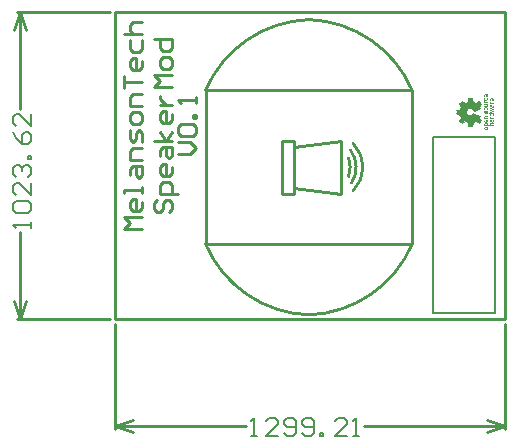
<source format=gto>
G04*
G04 #@! TF.GenerationSoftware,Altium Limited,CircuitStudio,1.5.2 (1.5.2.30)*
G04*
G04 Layer_Color=15065295*
%FSLAX44Y44*%
%MOMM*%
G71*
G01*
G75*
%ADD12C,0.2540*%
%ADD13C,0.1524*%
%ADD25C,0.0127*%
%ADD26C,0.1778*%
G36*
X654905Y436601D02*
X654903Y436579D01*
X654921Y436587D01*
X655311Y436425D01*
X655312Y436427D01*
X655546Y436330D01*
X655621Y436149D01*
X655632Y436157D01*
X655808Y435731D01*
X655800Y435729D01*
X655895Y435247D01*
X655892Y435230D01*
X655893Y435231D01*
X655896Y435218D01*
X655751Y434490D01*
X655757Y434487D01*
X655757Y434485D01*
X655329Y433844D01*
X655306Y433865D01*
X654954Y434221D01*
X655173Y434749D01*
X655173Y434749D01*
X655388Y435267D01*
X655382Y435281D01*
X655358Y435279D01*
X655363Y435289D01*
X655265Y435526D01*
X655259Y435524D01*
X655177Y435721D01*
X655174Y435719D01*
X655134Y435817D01*
X655050Y435852D01*
X655049Y435851D01*
X654882Y435920D01*
X654874Y435917D01*
X654874Y435914D01*
X654869Y435916D01*
X654753Y435868D01*
X654753Y435868D01*
X654668Y435833D01*
X654655Y435803D01*
X654652Y435805D01*
X654600Y435679D01*
X654598Y435679D01*
X654530Y435515D01*
X654570Y435512D01*
X654585Y434958D01*
X654441Y434609D01*
X654441Y434610D01*
X654307Y434286D01*
X654295Y434296D01*
X654275Y434248D01*
X653997Y434132D01*
X653997Y434132D01*
X653657Y433991D01*
X653639Y433999D01*
X653642Y433997D01*
X653620Y433988D01*
X653226Y434151D01*
X653226Y434151D01*
X652962Y434260D01*
X652909Y434388D01*
X652898Y434380D01*
X652737Y434770D01*
X652739Y434771D01*
X652652Y435209D01*
X652655Y435225D01*
X652641Y435225D01*
X652638Y435238D01*
X652711Y435602D01*
X652711Y435602D01*
X652776Y435930D01*
X652771Y435932D01*
X652779Y435972D01*
X653097Y436448D01*
X653105Y436441D01*
X653560Y436056D01*
X653316Y435690D01*
X653315Y435689D01*
X653353Y435673D01*
X653175Y435245D01*
X653184Y435224D01*
X653195Y435227D01*
X653186Y435206D01*
X653284Y434969D01*
X653292Y434971D01*
X653364Y434798D01*
X653363Y434797D01*
X653372Y434774D01*
X653638Y434664D01*
X653647Y434668D01*
X653646Y434674D01*
X653744Y434714D01*
X653745Y434714D01*
X653850Y434758D01*
X653852Y434763D01*
X653849Y434766D01*
X653906Y434903D01*
X653909Y434902D01*
X653991Y435100D01*
X653939Y435103D01*
X653888Y435622D01*
X653981Y435846D01*
X653988Y435844D01*
X654066Y436030D01*
X654066Y436030D01*
X654176Y436298D01*
X654254Y436330D01*
X654249Y436337D01*
X654562Y436466D01*
X654562Y436467D01*
X654895Y436605D01*
X654905Y436601D01*
D02*
G37*
G36*
X660761Y438153D02*
Y437604D01*
X658590Y436954D01*
Y436942D01*
X660761Y436294D01*
Y435743D01*
X657658Y434752D01*
Y435412D01*
X659831Y436007D01*
Y436019D01*
X657658Y436722D01*
Y437176D01*
X659831Y437878D01*
Y437891D01*
X657658Y438485D01*
Y439146D01*
X660761Y438153D01*
D02*
G37*
G36*
Y433752D02*
X660481Y433800D01*
X660548Y433772D01*
X660708Y433388D01*
X660707Y433388D01*
X660884Y432961D01*
X660879Y432949D01*
X660892Y432951D01*
X660896Y432942D01*
X660787Y432679D01*
X660782Y432681D01*
X660688Y432455D01*
X660689Y432455D01*
X660565Y432155D01*
X660416Y432094D01*
X660418Y432092D01*
X660010Y431923D01*
X660006Y431942D01*
X659695Y431880D01*
X659695Y431880D01*
X659245Y431821D01*
X659205Y431826D01*
X659206Y431828D01*
X659167Y431823D01*
X658723Y431881D01*
X658723D01*
X658415Y431943D01*
X658412Y431924D01*
X658004Y432093D01*
X658003Y432091D01*
X657857Y432151D01*
X657732Y432454D01*
X657732Y432454D01*
X657638Y432681D01*
X657634Y432680D01*
X657525Y432942D01*
X657529Y432951D01*
X657552Y432949D01*
X657546Y432963D01*
X657721Y433386D01*
X657716Y433388D01*
X657960Y433752D01*
X656405D01*
Y434376D01*
X660761D01*
Y433752D01*
D02*
G37*
G36*
X658451Y439892D02*
X658451Y439892D01*
X658453Y439894D01*
X658451Y439892D01*
D02*
G37*
G36*
X654713Y439463D02*
X654711Y439450D01*
X655023Y439388D01*
X655023Y439385D01*
X655516Y439181D01*
X655510Y439176D01*
X655563Y439154D01*
X655630Y438991D01*
X655604Y438972D01*
X655739Y438772D01*
X655737Y438771D01*
X655844Y438512D01*
X655827Y438508D01*
X655889Y438196D01*
X655886Y438182D01*
X655886Y438182D01*
X655889Y438167D01*
X655827Y437853D01*
X655844Y437849D01*
X655737Y437590D01*
X655738Y437589D01*
X655605Y437389D01*
X655630Y437370D01*
X655566Y437214D01*
X655508Y437190D01*
X655516Y437182D01*
X655022Y436977D01*
X655023Y436975D01*
X654711Y436913D01*
X654713Y436900D01*
X654297Y436817D01*
X654267Y436823D01*
X654267Y436825D01*
X654268Y436825D01*
X654267Y436903D01*
X654267Y436825D01*
X654239Y436820D01*
X653830Y436901D01*
X653831Y436913D01*
X653522Y436974D01*
X653522Y436977D01*
X653029Y437182D01*
X653031Y437184D01*
X652982Y437205D01*
X652914Y437369D01*
X652941Y437389D01*
X652807Y437589D01*
X652807Y437589D01*
X652699Y437849D01*
X652716Y437853D01*
X652653Y438167D01*
X652656Y438182D01*
X652564Y438181D01*
X652558Y438196D01*
X652689Y438514D01*
X652699Y438511D01*
X652807Y438771D01*
X652807Y438771D01*
X652942Y438973D01*
X652915Y438992D01*
X652986Y439163D01*
X653028Y439181D01*
X653029Y439181D01*
X653522Y439385D01*
X653522Y439388D01*
X653831Y439449D01*
X653830Y439461D01*
X654239Y439543D01*
X654268Y439537D01*
X654267Y439539D01*
X654297Y439545D01*
X654713Y439463D01*
D02*
G37*
G36*
X654267Y436825D02*
D01*
D01*
D01*
D01*
D02*
G37*
G36*
X653760Y432248D02*
X653760Y432137D01*
X655822D01*
Y431513D01*
X653976Y431576D01*
X653961Y431582D01*
X653694Y431471D01*
X653695Y431470D01*
X653453Y431370D01*
X653453Y431371D01*
X653445Y431367D01*
X653352Y431142D01*
X653352Y431142D01*
X653255Y430910D01*
X653259Y430902D01*
X653257Y430903D01*
X653253Y430894D01*
X653352Y430657D01*
X653352Y430657D01*
X653446Y430429D01*
X653453Y430427D01*
X653453Y430427D01*
X653695Y430327D01*
X653694Y430326D01*
X653961Y430215D01*
X653976Y430221D01*
X653975Y430284D01*
X655822D01*
Y429660D01*
X652719D01*
Y430284D01*
X652992D01*
X653030Y430268D01*
X653051Y430284D01*
X652992D01*
X652909Y430318D01*
X652775Y430643D01*
X652775Y430643D01*
X652593Y431083D01*
X652602Y431105D01*
X652605Y431103D01*
X652752Y431458D01*
X652752D01*
X652911Y431841D01*
X652930Y431824D01*
X652968Y431917D01*
X653296Y432053D01*
X653508Y432141D01*
X653506Y432150D01*
X653753Y432252D01*
X653760Y432248D01*
D02*
G37*
G36*
X658451Y427246D02*
X658451Y427246D01*
X658453Y427248D01*
X658451Y427246D01*
D02*
G37*
G36*
X658698Y426201D02*
X658698Y426090D01*
X660761D01*
Y425466D01*
X658914Y425528D01*
X658899Y425534D01*
X658633Y425424D01*
X658633Y425423D01*
X658391Y425322D01*
X658391Y425323D01*
X658384Y425320D01*
X658290Y425094D01*
X658290Y425094D01*
X658194Y424862D01*
X658197Y424854D01*
X658195Y424855D01*
X658192Y424846D01*
X658290Y424609D01*
X658290Y424609D01*
X658384Y424382D01*
X658391Y424379D01*
X658391Y424379D01*
X658633Y424279D01*
X658633Y424278D01*
X658899Y424168D01*
X658914Y424174D01*
X658913Y424236D01*
X660761D01*
Y423612D01*
X652719D01*
Y424236D01*
X653005Y424190D01*
X652930Y424221D01*
X652773Y424599D01*
X652774Y424599D01*
X652597Y425027D01*
X652602Y425039D01*
X652592Y425037D01*
X652588Y425046D01*
X652696Y425306D01*
X652700Y425305D01*
X652794Y425531D01*
X652793Y425531D01*
X652923Y425845D01*
X653060Y425902D01*
X653067Y425894D01*
X653473Y426063D01*
X653477Y426044D01*
X653786Y426106D01*
X653786Y426105D01*
X654236Y426165D01*
X654275Y426160D01*
X654274Y426159D01*
X654313Y426164D01*
X654760Y426105D01*
X654760Y426106D01*
X655069Y426044D01*
X655073Y426063D01*
X655478Y425895D01*
X655481Y425899D01*
X655622Y425840D01*
X655751Y425530D01*
X655750Y425530D01*
X655843Y425306D01*
X655848Y425307D01*
X655956Y425046D01*
X655952Y425037D01*
X655929Y425039D01*
X655936Y425023D01*
X655762Y424602D01*
X655765Y424600D01*
X655614Y424236D01*
X655494D01*
X655579Y424152D01*
X655614Y424236D01*
X657930D01*
X657968Y424221D01*
X657989Y424236D01*
X657930D01*
X657848Y424270D01*
X657713Y424595D01*
X657714Y424595D01*
X657531Y425036D01*
X657540Y425057D01*
X657543Y425056D01*
X657691Y425411D01*
X657691D01*
X657849Y425793D01*
X657868Y425776D01*
X657907Y425870D01*
X658234Y426006D01*
X658446Y426093D01*
X658445Y426102D01*
X658691Y426204D01*
X658698Y426201D01*
D02*
G37*
G36*
X654713Y423043D02*
X654711Y423030D01*
X655023Y422968D01*
X655023Y422966D01*
X655516Y422761D01*
X655510Y422756D01*
X655563Y422734D01*
X655630Y422571D01*
X655604Y422553D01*
X655739Y422352D01*
X655737Y422351D01*
X655844Y422092D01*
X655827Y422088D01*
X655889Y421777D01*
X655886Y421762D01*
X655886Y421763D01*
X655890Y421747D01*
X655827Y421433D01*
X655844Y421429D01*
X655737Y421170D01*
X655738Y421169D01*
X655605Y420969D01*
X655630Y420950D01*
X655565Y420794D01*
X655508Y420770D01*
X655516Y420762D01*
X655022Y420557D01*
X655023Y420555D01*
X654711Y420493D01*
X654713Y420480D01*
X654297Y420397D01*
X654267Y420403D01*
X654267Y420406D01*
D01*
D01*
X654239Y420400D01*
X653830Y420481D01*
X653831Y420493D01*
X653522Y420555D01*
X653522Y420557D01*
X653029Y420762D01*
X653031Y420765D01*
X652982Y420785D01*
X652914Y420949D01*
X652941Y420969D01*
X652807Y421169D01*
X652807Y421169D01*
X652699Y421429D01*
X652716Y421433D01*
X652653Y421747D01*
X652656Y421763D01*
X652564Y421761D01*
X652558Y421777D01*
X652689Y422094D01*
X652699Y422092D01*
X652807Y422351D01*
X652807Y422351D01*
X652942Y422553D01*
X652915Y422573D01*
X652986Y422743D01*
X653028Y422761D01*
X653029Y422761D01*
X653522Y422966D01*
X653522Y422968D01*
X653831Y423029D01*
X653830Y423041D01*
X654239Y423123D01*
X654268Y423117D01*
X654267Y423119D01*
X654297Y423125D01*
X654713Y423043D01*
D02*
G37*
G36*
X657861Y431859D02*
X658376Y431426D01*
X658284Y431203D01*
X658284D01*
X658198Y430995D01*
X658193Y430995D01*
X658193Y430995D01*
X658375Y430557D01*
X658383Y430564D01*
X658401Y430520D01*
X658601Y430438D01*
X658601Y430437D01*
X658877Y430322D01*
X658897Y430331D01*
X658896Y430391D01*
X660761D01*
Y429767D01*
X657658D01*
Y430391D01*
X657930D01*
X657968Y430376D01*
X657989Y430391D01*
X657930D01*
X657848Y430425D01*
X657713Y430750D01*
X657714Y430750D01*
X657531Y431191D01*
X657540Y431212D01*
X657544Y431210D01*
X657543Y431211D01*
X657681Y431543D01*
X657681Y431543D01*
X657824Y431888D01*
X657861Y431859D01*
D02*
G37*
G36*
X658648Y429043D02*
X660772D01*
Y428439D01*
X660498D01*
X660499Y428428D01*
X660648Y428367D01*
X660731Y428167D01*
X660731Y428166D01*
X660817Y427957D01*
X660790Y427953D01*
X660842Y427695D01*
X660839Y427681D01*
X660924Y427681D01*
X660737Y427230D01*
X660736Y427230D01*
X660582Y426859D01*
X660574Y426870D01*
X660554Y426823D01*
X660234Y426690D01*
X660234Y426690D01*
X659874Y426541D01*
X659860Y426547D01*
X659862Y426541D01*
X659850Y426536D01*
X659503Y426680D01*
X659504Y426680D01*
X659165Y426821D01*
X659170Y426826D01*
X659149Y426835D01*
X659009Y427173D01*
X659008Y427172D01*
X658835Y427590D01*
X658839Y427599D01*
X658940Y427598D01*
Y428439D01*
X658613Y428466D01*
X658600Y428471D01*
X658432Y428402D01*
X658431Y428402D01*
X658331Y428361D01*
X658301Y428288D01*
X658299Y428289D01*
X658218Y428094D01*
X658204Y428097D01*
X658105Y427860D01*
X658123Y427817D01*
X658093Y427820D01*
X658089Y427811D01*
X658170Y427615D01*
X658191Y427618D01*
X658257Y427460D01*
X658259Y427461D01*
X658326Y427298D01*
X658451Y427246D01*
X658058Y426745D01*
X657891Y426814D01*
X657732Y427199D01*
X657732Y427199D01*
X657620Y427469D01*
X657648Y427474D01*
X657593Y427753D01*
X657600Y427790D01*
X657593Y427789D01*
X657584Y427834D01*
X657676Y428299D01*
X657660Y428303D01*
X657829Y428710D01*
X657831Y428709D01*
X657884Y428837D01*
X658165Y428953D01*
X658165D01*
X658381Y429043D01*
X658385Y429019D01*
X658648Y429071D01*
X658648Y429043D01*
D02*
G37*
G36*
X653995Y429223D02*
X653993Y429114D01*
X654507D01*
X654505Y427109D01*
X654526Y427101D01*
X654843Y427232D01*
X654842Y427233D01*
X655102Y427340D01*
X655111Y427363D01*
X655115Y427359D01*
X655226Y427626D01*
X655226Y427626D01*
X655344Y427910D01*
X655339Y427922D01*
X655344Y427920D01*
X655346Y427926D01*
X655198Y428284D01*
X655199Y428284D01*
X655048Y428648D01*
X655026Y428657D01*
X654973Y428602D01*
X655407Y429111D01*
X655537Y429057D01*
X655628Y428837D01*
X655621Y428831D01*
X655743Y428535D01*
X655769Y428545D01*
X655890Y427937D01*
X655889Y427932D01*
X655979D01*
X655784Y427461D01*
X655796Y427457D01*
X655773Y427341D01*
X655549Y427006D01*
X655564Y426996D01*
X655505Y426852D01*
X655365Y426794D01*
X655369Y426788D01*
X655079Y426668D01*
X655083Y426654D01*
X654722Y426582D01*
X654722Y426580D01*
X654302Y426496D01*
X654283Y426500D01*
X654283Y426500D01*
X654267Y426496D01*
X653864Y426577D01*
X653864Y426579D01*
X653513Y426649D01*
X653515Y426657D01*
X653229Y426776D01*
X653231Y426780D01*
X653029Y426864D01*
X652996Y426943D01*
X653021Y426964D01*
X652742Y427382D01*
X652742Y427383D01*
X652770Y427395D01*
X652587Y427837D01*
X652582Y427837D01*
X652578Y427847D01*
X652772Y428316D01*
X652772Y428316D01*
X652970Y428795D01*
X652984Y428781D01*
X653006Y428833D01*
X653454Y429019D01*
X653454Y429019D01*
X653971Y429233D01*
X653995Y429223D01*
D02*
G37*
G36*
X653222Y447767D02*
X653610Y447334D01*
X653496Y447287D01*
X653385Y447019D01*
X653387Y447018D01*
X653247Y446681D01*
X653249Y446675D01*
X653238Y446677D01*
X653229Y446656D01*
X653368Y446322D01*
X653368Y446322D01*
X653472Y446071D01*
X653530Y446047D01*
X653528Y446044D01*
X653849Y445910D01*
X653851Y445916D01*
X654249Y445836D01*
X654275Y445842D01*
X654274Y445842D01*
X654300Y445837D01*
X654696Y445916D01*
X654698Y445911D01*
X655018Y446043D01*
X655016Y446046D01*
X655073Y446070D01*
X655177Y446322D01*
X655178Y446322D01*
X655316Y446656D01*
X655307Y446677D01*
X655295Y446675D01*
X655298Y446682D01*
X655158Y447020D01*
X655159Y447020D01*
X655051Y447282D01*
X654932Y447331D01*
X655332Y447778D01*
X655432Y447711D01*
X655715Y447288D01*
X655713Y447287D01*
X655836Y446989D01*
X655840Y446990D01*
X655977Y446658D01*
X655974Y446652D01*
D01*
D01*
X655977Y446644D01*
X655768Y446139D01*
X655788Y446131D01*
X655780Y446089D01*
X655501Y445671D01*
X655531Y445646D01*
X655494Y445556D01*
X655290Y445472D01*
X655292Y445469D01*
X655006Y445350D01*
X655011Y445336D01*
X654670Y445268D01*
X654671Y445267D01*
X654288Y445191D01*
X654274Y445194D01*
X654275Y445194D01*
X654261Y445191D01*
X653878Y445267D01*
X653878Y445268D01*
X653537Y445336D01*
X653542Y445350D01*
X653255Y445469D01*
X653257Y445472D01*
X653049Y445559D01*
X653013Y445644D01*
X653044Y445671D01*
X652761Y446094D01*
X652754Y446130D01*
X652775Y446139D01*
X652566Y446645D01*
X652569Y446652D01*
X652569Y446651D01*
X652566Y446658D01*
X652703Y446990D01*
X652707Y446989D01*
X652830Y447287D01*
X652829Y447287D01*
X653112Y447711D01*
X653212Y447778D01*
X653222Y447767D01*
D02*
G37*
G36*
X658933Y447219D02*
X658932Y447110D01*
X659445D01*
X659444Y445105D01*
X659464Y445097D01*
X659781Y445228D01*
X659781Y445229D01*
X660040Y445336D01*
X660049Y445359D01*
X660053Y445355D01*
X660164Y445622D01*
X660165Y445622D01*
X660282Y445906D01*
X660277Y445917D01*
X660282Y445916D01*
X660285Y445922D01*
X660136Y446280D01*
X660137Y446280D01*
X659986Y446643D01*
X659964Y446653D01*
X659911Y446598D01*
X660346Y447107D01*
X660476Y447053D01*
X660567Y446833D01*
X660559Y446827D01*
X660682Y446531D01*
X660707Y446541D01*
X660828Y445933D01*
X660827Y445928D01*
X660918Y445928D01*
X660723Y445457D01*
X660735Y445452D01*
X660712Y445337D01*
X660488Y445002D01*
X660503Y444991D01*
X660443Y444848D01*
X660304Y444790D01*
X660308Y444784D01*
X660017Y444664D01*
X660022Y444650D01*
X659660Y444578D01*
X659660Y444576D01*
X659240Y444492D01*
X659222Y444496D01*
X659222Y444496D01*
X659221Y444496D01*
X659222Y444496D01*
X659205Y444492D01*
X658802Y444572D01*
X658803Y444575D01*
X658451Y444645D01*
X658454Y444653D01*
X658167Y444772D01*
X658170Y444776D01*
X657967Y444860D01*
X657934Y444939D01*
X657960Y444960D01*
X657681Y445378D01*
X657680Y445379D01*
X657709Y445391D01*
X657525Y445833D01*
X657520Y445833D01*
X657516Y445843D01*
X657710Y446312D01*
X657710Y446312D01*
X657909Y446791D01*
X657922Y446777D01*
X657944Y446829D01*
X658392Y447015D01*
X658392Y447015D01*
X658909Y447229D01*
X658933Y447219D01*
D02*
G37*
G36*
X652923Y445305D02*
X653438Y444872D01*
X653346Y444649D01*
X653346D01*
X653260Y444441D01*
X653255Y444441D01*
X653255Y444441D01*
X653437Y444003D01*
X653445Y444010D01*
X653463Y443966D01*
X653663Y443883D01*
X653662Y443883D01*
X653939Y443768D01*
X653959Y443777D01*
X653958Y443837D01*
X655822D01*
Y443213D01*
X652719D01*
Y443837D01*
X652992D01*
X653030Y443821D01*
X653051Y443837D01*
X652992D01*
X652909Y443871D01*
X652775Y444196D01*
X652775Y444196D01*
X652593Y444637D01*
X652602Y444658D01*
X652605Y444656D01*
X652605Y444657D01*
X652743Y444989D01*
X652743Y444989D01*
X652886Y445334D01*
X652923Y445305D01*
D02*
G37*
G36*
X653995Y450615D02*
X653993Y450507D01*
X654507D01*
X654505Y448502D01*
X654526Y448493D01*
X654843Y448624D01*
X654842Y448625D01*
X655102Y448733D01*
X655111Y448755D01*
X655115Y448751D01*
X655226Y449019D01*
X655226Y449019D01*
X655344Y449302D01*
X655339Y449314D01*
X655344Y449313D01*
X655346Y449319D01*
X655198Y449677D01*
X655199Y449677D01*
X655048Y450040D01*
X655026Y450049D01*
X654973Y449995D01*
X655407Y450504D01*
X655537Y450450D01*
X655628Y450230D01*
X655621Y450224D01*
X655743Y449927D01*
X655769Y449937D01*
X655890Y449329D01*
X655889Y449324D01*
X655979Y449324D01*
X655784Y448853D01*
X655796Y448849D01*
X655773Y448733D01*
X655549Y448398D01*
X655564Y448388D01*
X655505Y448244D01*
X655365Y448186D01*
X655369Y448181D01*
X655079Y448060D01*
X655083Y448046D01*
X654722Y447975D01*
X654722Y447972D01*
X654302Y447889D01*
X654283Y447892D01*
X654283Y447892D01*
X654267Y447889D01*
X653864Y447969D01*
X653864Y447972D01*
X653513Y448041D01*
X653515Y448050D01*
X653229Y448168D01*
X653231Y448172D01*
X653029Y448256D01*
X652996Y448335D01*
X653021Y448357D01*
X652742Y448775D01*
X652742Y448776D01*
X652770Y448788D01*
X652587Y449230D01*
X652582Y449229D01*
X652578Y449239D01*
X652772Y449709D01*
X652772Y449709D01*
X652970Y450187D01*
X652984Y450173D01*
X653006Y450225D01*
X653454Y450411D01*
X653454Y450411D01*
X653971Y450625D01*
X653995Y450615D01*
D02*
G37*
G36*
X654932Y447331D02*
X654910Y447307D01*
X654930Y447332D01*
X654932Y447331D01*
D02*
G37*
G36*
X642432Y447054D02*
X642468Y446969D01*
X642465Y446968D01*
X642999Y444181D01*
X643035Y444095D01*
X643092Y444071D01*
X643092Y444071D01*
X645427Y443104D01*
X645484Y443080D01*
X645570Y443116D01*
X645568Y443119D01*
X647917Y444712D01*
X648003Y444747D01*
X648118Y444700D01*
X648118Y444700D01*
X648109Y444691D01*
X650126Y442691D01*
X650174Y442576D01*
X650138Y442491D01*
X650136Y442492D01*
X648543Y440143D01*
X648507Y440057D01*
X648531Y440000D01*
X648974Y438931D01*
X648997Y438874D01*
X648950Y438759D01*
X648892Y438735D01*
X644072Y436767D01*
X644015Y436743D01*
X643901Y436791D01*
X643879Y436843D01*
X643917Y436860D01*
X643264Y437837D01*
X642178Y438563D01*
X640897Y438817D01*
X639617Y438563D01*
X638531Y437837D01*
X637805Y436751D01*
X637551Y435471D01*
X637805Y434190D01*
X638531Y433104D01*
X639617Y432379D01*
X640897Y432124D01*
X642178Y432379D01*
X643264Y433104D01*
X643917Y434081D01*
X643879Y434098D01*
X643901Y434150D01*
X644015Y434198D01*
X644072Y434174D01*
X648892Y432206D01*
X648950Y432182D01*
X648997Y432068D01*
X648974Y432010D01*
X648974D01*
X648531Y430941D01*
X648507Y430884D01*
X648543Y430798D01*
X648545Y430800D01*
X650138Y428451D01*
X650174Y428365D01*
X650126Y428250D01*
X650117Y428259D01*
X648118Y426242D01*
X648118Y426242D01*
X648003Y426194D01*
X647917Y426230D01*
X647919Y426232D01*
X645570Y427825D01*
X645484Y427861D01*
X645427Y427837D01*
X645427D01*
X643092Y426870D01*
X643035Y426846D01*
X642999Y426761D01*
X643002Y426760D01*
X642468Y423973D01*
X642432Y423887D01*
X642318Y423839D01*
Y423852D01*
X639477Y423839D01*
X639362Y423887D01*
X639327Y423973D01*
X639330Y423973D01*
X638795Y426761D01*
X638760Y426846D01*
X638702Y426870D01*
Y426870D01*
X636368Y427837D01*
X636311Y427861D01*
X636225Y427825D01*
X636227Y427823D01*
X633877Y426230D01*
X633792Y426194D01*
X633677Y426242D01*
X633677Y426242D01*
X633686Y426250D01*
X631669Y428250D01*
X631621Y428365D01*
X631656Y428451D01*
X631659Y428449D01*
X633252Y430798D01*
X633288Y430884D01*
X633264Y430941D01*
Y430941D01*
X632297Y433276D01*
X632273Y433333D01*
X632187Y433369D01*
X632187Y433366D01*
X629399Y433900D01*
X629313Y433936D01*
X629266Y434050D01*
X629278D01*
X629266Y436891D01*
X629313Y437006D01*
X629399Y437041D01*
X629400Y437038D01*
X632187Y437573D01*
X632273Y437608D01*
X632297Y437666D01*
X632297Y437666D01*
X633264Y440000D01*
X633288Y440057D01*
X633252Y440143D01*
X633249Y440141D01*
X631656Y442491D01*
X631621Y442576D01*
X631669Y442691D01*
X631677Y442682D01*
X633677Y444700D01*
X633677Y444700D01*
X633792Y444747D01*
X633877Y444712D01*
X633876Y444709D01*
X636225Y443116D01*
X636311Y443080D01*
X636368Y443104D01*
X636368Y443104D01*
X638702Y444071D01*
X638760Y444095D01*
X638795Y444181D01*
X638792Y444181D01*
X639327Y446969D01*
X639362Y447054D01*
X639477Y447102D01*
X639477Y447102D01*
Y447090D01*
X642318Y447102D01*
X642318Y447102D01*
X642432Y447054D01*
D02*
G37*
G36*
X657861Y444514D02*
X658376Y444081D01*
X658284Y443858D01*
X658198Y443651D01*
X658193Y443651D01*
X658193Y443650D01*
X658375Y443212D01*
X658383Y443219D01*
X658401Y443176D01*
X658601Y443093D01*
X658601Y443092D01*
X658877Y442978D01*
X658897Y442986D01*
X658896Y443046D01*
X660761D01*
Y442422D01*
X657658D01*
Y443046D01*
X657930D01*
X657968Y443031D01*
X657989Y443046D01*
X657930D01*
X657848Y443081D01*
X657713Y443405D01*
X657714Y443405D01*
X657531Y443846D01*
X657540Y443867D01*
X657544Y443866D01*
X657543Y443866D01*
X657681Y444199D01*
X657681Y444199D01*
X657824Y444544D01*
X657861Y444514D01*
D02*
G37*
G36*
X655822Y441881D02*
X655550D01*
X655634Y441846D01*
X655768Y441523D01*
X655767Y441523D01*
X655948Y441087D01*
X655939Y441066D01*
X655939Y441067D01*
X655790Y440707D01*
X655790Y440707D01*
X655631Y440324D01*
X655613Y440340D01*
X655575Y440247D01*
X655248Y440111D01*
X655248D01*
X655035Y440023D01*
X655037Y440014D01*
X654790Y439912D01*
X654782Y439915D01*
X654782Y440027D01*
X652719D01*
Y440651D01*
X654569Y440588D01*
X654584Y440582D01*
X654852Y440693D01*
X654852Y440694D01*
X655094Y440794D01*
X655095Y440793D01*
X655098Y440795D01*
X655193Y441025D01*
X655194Y441025D01*
X655292Y441261D01*
X655288Y441270D01*
X655286Y441269D01*
X655290Y441277D01*
X655193Y441509D01*
X655193Y441509D01*
X655099Y441737D01*
X655095Y441739D01*
X655094Y441738D01*
X654852Y441838D01*
X654852Y441839D01*
X654584Y441950D01*
X654569Y441943D01*
X654570Y441881D01*
X652719D01*
Y442505D01*
X655822D01*
Y441881D01*
D02*
G37*
G36*
X658648Y441688D02*
X660772D01*
Y441085D01*
X660498D01*
X660499Y441074D01*
X660648Y441012D01*
X660731Y440812D01*
X660731Y440812D01*
X660817Y440602D01*
X660790Y440599D01*
X660842Y440340D01*
X660839Y440327D01*
X660924Y440327D01*
X660737Y439875D01*
X660736Y439876D01*
X660582Y439504D01*
X660574Y439515D01*
X660554Y439468D01*
X660234Y439336D01*
X660234Y439336D01*
X659874Y439187D01*
X659860Y439192D01*
X659862Y439187D01*
X659850Y439182D01*
X659503Y439326D01*
X659504Y439326D01*
X659165Y439466D01*
X659170Y439472D01*
X659149Y439480D01*
X659009Y439818D01*
X659008Y439818D01*
X658835Y440236D01*
X658839Y440245D01*
X658940Y440244D01*
Y441085D01*
X658613Y441112D01*
X658600Y441117D01*
X658432Y441047D01*
X658431Y441048D01*
X658331Y441006D01*
X658301Y440933D01*
X658299Y440935D01*
X658218Y440740D01*
X658204Y440742D01*
X658105Y440505D01*
X658123Y440462D01*
X658093Y440466D01*
X658089Y440457D01*
X658170Y440261D01*
X658191Y440264D01*
X658257Y440106D01*
X658259Y440106D01*
X658326Y439944D01*
X658451Y439892D01*
X658058Y439390D01*
X657891Y439459D01*
X657732Y439844D01*
X657732Y439844D01*
X657620Y440114D01*
X657648Y440119D01*
X657593Y440398D01*
X657600Y440435D01*
X657593Y440434D01*
X657584Y440479D01*
X657676Y440945D01*
X657660Y440949D01*
X657829Y441355D01*
X657831Y441355D01*
X657884Y441483D01*
X658165Y441599D01*
X658165D01*
X658381Y441689D01*
X658385Y441665D01*
X658648Y441717D01*
X658648Y441688D01*
D02*
G37*
%LPC*%
G36*
X653991Y449957D02*
X653684Y449829D01*
X653684Y449828D01*
X653425Y449721D01*
X653425Y449720D01*
X653415Y449716D01*
X653318Y449481D01*
X653318Y449481D01*
X653217Y449238D01*
X653221Y449229D01*
X653220Y449230D01*
X653216Y449222D01*
X653318Y448975D01*
X653318Y448975D01*
X653417Y448738D01*
X653425Y448735D01*
X653425Y448734D01*
X653684Y448627D01*
X653684Y448626D01*
X653992Y448498D01*
X653993Y448574D01*
X653991Y449957D01*
D02*
G37*
G36*
X659708Y428518D02*
X659680Y428507D01*
X659682Y428439D01*
X659454D01*
X659374Y427710D01*
X659471Y427476D01*
X659477Y427478D01*
X659547Y427308D01*
X659550Y427310D01*
X659572Y427258D01*
X659672Y427216D01*
X659672Y427217D01*
X659816Y427157D01*
X659832Y427164D01*
X659831Y427161D01*
X659833Y427161D01*
X659976Y427220D01*
X659977Y427219D01*
X660096Y427269D01*
X660114Y427312D01*
X660118Y427308D01*
X660197Y427496D01*
X660202Y427495D01*
X660303Y427740D01*
X660295Y427759D01*
X660248Y427757D01*
X660258Y427809D01*
X660204Y428083D01*
X660222Y428086D01*
X660134Y428298D01*
X660134Y428299D01*
X660116Y428341D01*
X660067Y428362D01*
X660069Y428364D01*
X659969Y428405D01*
X659971Y428410D01*
X659708Y428518D01*
D02*
G37*
G36*
X654252Y422498D02*
X653984Y422445D01*
X653982Y422479D01*
X653794Y422401D01*
X653796Y422392D01*
X653525Y422280D01*
X653528Y422275D01*
X653439Y422238D01*
X653364Y422057D01*
X653365Y422057D01*
X653249Y421779D01*
X653256Y421763D01*
X653249Y421745D01*
X653365Y421465D01*
X653364Y421465D01*
X653438Y421289D01*
X653529Y421251D01*
X653523Y421243D01*
X653796Y421130D01*
X653794Y421117D01*
X653980Y421040D01*
X653982Y421076D01*
X654246Y421024D01*
X654268Y421028D01*
X654267Y421024D01*
X654290Y421019D01*
X654561Y421073D01*
X654562Y421037D01*
X654753Y421116D01*
X654750Y421130D01*
X655022Y421243D01*
X655015Y421251D01*
X655107Y421289D01*
X655180Y421465D01*
X655180Y421465D01*
X655296Y421745D01*
X655289Y421763D01*
X655295Y421779D01*
X655180Y422057D01*
X655180Y422057D01*
X655105Y422238D01*
X655016Y422275D01*
X655020Y422280D01*
X654751Y422392D01*
X654753Y422401D01*
X654566Y422478D01*
X654564Y422444D01*
X654297Y422498D01*
X654275Y422493D01*
Y422494D01*
X654252Y422498D01*
D02*
G37*
G36*
X654267Y420483D02*
X654267Y420406D01*
D01*
D01*
X654268Y420406D01*
X654267Y420483D01*
D02*
G37*
G36*
X654253Y425512D02*
X653610Y425384D01*
X653611Y425381D01*
X653423Y425303D01*
X653381Y425202D01*
X653381Y425203D01*
X653317Y425049D01*
X653309Y425051D01*
X653230Y424858D01*
X653234Y424848D01*
X653237Y424850D01*
X653233Y424839D01*
X653312Y424648D01*
X653318Y424649D01*
X653382Y424496D01*
X653383Y424496D01*
X653422Y424401D01*
X653621Y424319D01*
X653620Y424317D01*
X654267Y424188D01*
X654275Y424190D01*
X654274Y424190D01*
X654282Y424189D01*
X654926Y424317D01*
X654925Y424319D01*
X655123Y424401D01*
X655162Y424496D01*
X655163Y424496D01*
X655227Y424649D01*
X655233Y424648D01*
X655312Y424839D01*
X655309Y424848D01*
X655311Y424848D01*
X655315Y424858D01*
X655236Y425051D01*
X655228Y425049D01*
X655165Y425203D01*
X655164Y425202D01*
X655122Y425303D01*
X654936Y425380D01*
X654937Y425384D01*
X654297Y425512D01*
X654274Y425507D01*
X654275Y425508D01*
X654253Y425512D01*
D02*
G37*
G36*
X659708Y441164D02*
X659680Y441152D01*
X659682Y441085D01*
X659454D01*
X659374Y440356D01*
X659471Y440122D01*
X659477Y440123D01*
X659547Y439954D01*
X659550Y439956D01*
X659572Y439903D01*
X659672Y439862D01*
X659672Y439862D01*
X659816Y439803D01*
X659832Y439809D01*
X659831Y439807D01*
X659833Y439806D01*
X659976Y439865D01*
X659977Y439865D01*
X660096Y439914D01*
X660114Y439958D01*
X660118Y439953D01*
X660197Y440142D01*
X660202Y440141D01*
X660303Y440385D01*
X660295Y440405D01*
X660248Y440402D01*
X660258Y440454D01*
X660204Y440729D01*
X660222Y440731D01*
X660134Y440944D01*
X660134Y440944D01*
X660116Y440987D01*
X660067Y441007D01*
X660069Y441009D01*
X659969Y441050D01*
X659971Y441055D01*
X659708Y441164D01*
D02*
G37*
G36*
X653991Y428564D02*
X653684Y428437D01*
X653684Y428436D01*
X653425Y428329D01*
X653426Y428327D01*
X653415Y428323D01*
X653318Y428089D01*
X653318Y428089D01*
X653217Y427845D01*
X653221Y427837D01*
X653220Y427838D01*
X653216Y427829D01*
X653318Y427583D01*
X653318Y427583D01*
X653417Y427346D01*
X653425Y427342D01*
X653425Y427342D01*
X653684Y427234D01*
X653684Y427234D01*
X653992Y427106D01*
X653993Y427182D01*
X653991Y428564D01*
D02*
G37*
G36*
X658930Y446560D02*
X658622Y446433D01*
X658622Y446432D01*
X658363Y446324D01*
X658364Y446323D01*
X658354Y446319D01*
X658257Y446085D01*
X658257Y446085D01*
X658156Y445841D01*
X658159Y445833D01*
X658158Y445834D01*
X658154Y445825D01*
X658256Y445579D01*
X658257Y445579D01*
X658355Y445342D01*
X658363Y445338D01*
X658363Y445338D01*
X658622Y445230D01*
X658622Y445229D01*
X658931Y445102D01*
X658932Y445178D01*
X658930Y446560D01*
D02*
G37*
G36*
X659215Y433799D02*
X659205Y433798D01*
X659206Y433798D01*
X659202Y433799D01*
X658558Y433671D01*
X658559Y433668D01*
X658360Y433585D01*
X658321Y433491D01*
X658320Y433492D01*
X658257Y433339D01*
X658251Y433340D01*
X658173Y433150D01*
X658176Y433142D01*
X658171Y433142D01*
X658167Y433131D01*
X658247Y432939D01*
X658255Y432940D01*
X658318Y432786D01*
X658319Y432786D01*
X658361Y432685D01*
X658547Y432608D01*
X658546Y432604D01*
X659184Y432477D01*
X659206Y432481D01*
X659205Y432481D01*
X659206Y432481D01*
X659206D01*
X659231Y432476D01*
X659875Y432604D01*
X659874Y432608D01*
X660060Y432685D01*
X660102Y432786D01*
X660103Y432786D01*
X660167Y432940D01*
X660174Y432939D01*
X660254Y433131D01*
X660250Y433142D01*
X660245Y433140D01*
X660249Y433150D01*
X660170Y433340D01*
X660164Y433339D01*
X660101Y433492D01*
X660100Y433491D01*
X660062Y433585D01*
X659862Y433668D01*
X659863Y433670D01*
X659215Y433799D01*
D02*
G37*
G36*
X655515Y441895D02*
X655494Y441881D01*
X655550D01*
X655515Y441895D01*
D02*
G37*
G36*
X655974Y446652D02*
X655974Y446651D01*
X655974Y446652D01*
D01*
D02*
G37*
G36*
X654253Y438918D02*
X653984Y438865D01*
X653982Y438899D01*
X653794Y438821D01*
X653796Y438812D01*
X653525Y438699D01*
X653528Y438695D01*
X653439Y438658D01*
X653364Y438477D01*
X653365Y438477D01*
X653249Y438198D01*
X653256Y438182D01*
X653256Y438184D01*
X653256Y438181D01*
X653256Y438182D01*
X653249Y438165D01*
X653365Y437885D01*
X653364Y437885D01*
X653437Y437709D01*
X653529Y437671D01*
X653523Y437663D01*
X653796Y437550D01*
X653794Y437537D01*
X653980Y437460D01*
X653982Y437496D01*
X654246Y437444D01*
X654268Y437448D01*
X654267Y437444D01*
X654290Y437439D01*
X654561Y437493D01*
X654562Y437457D01*
X654753Y437536D01*
X654750Y437550D01*
X655022Y437663D01*
X655015Y437671D01*
X655107Y437709D01*
X655180Y437885D01*
X655180Y437885D01*
X655296Y438165D01*
X655289Y438182D01*
X655288Y438181D01*
X655288Y438184D01*
X655289Y438182D01*
X655295Y438198D01*
X655180Y438477D01*
X655180Y438477D01*
X655105Y438658D01*
X655016Y438695D01*
X655020Y438700D01*
X654751Y438811D01*
X654753Y438821D01*
X654566Y438898D01*
X654564Y438864D01*
X654296Y438918D01*
X654275Y438913D01*
Y438914D01*
X654253Y438918D01*
D02*
G37*
%LPD*%
G36*
X655289Y421763D02*
X655288Y421761D01*
X655288Y421764D01*
X655289Y421763D01*
D02*
G37*
G36*
X653256Y421761D02*
X653256Y421763D01*
X653256Y421764D01*
X653256Y421761D01*
D02*
G37*
G36*
X654275Y422418D02*
X654274Y422493D01*
X654275Y422493D01*
X654275Y422418D01*
D02*
G37*
G36*
X658246Y433141D02*
X658177Y433140D01*
X658176Y433142D01*
X658246Y433141D01*
D02*
G37*
G36*
X655309Y424848D02*
X655237Y424849D01*
X655308Y424850D01*
X655309Y424848D01*
D02*
G37*
G36*
X654275Y438838D02*
X654274Y438913D01*
X654275Y438913D01*
X654275Y438838D01*
D02*
G37*
D12*
X504190Y513798D02*
G03*
X416690Y453798I3607J-99062D01*
G01*
X591690D02*
G03*
X504190Y513798I-91107J-39062D01*
G01*
X504190Y263798D02*
G03*
X591690Y323798I-3607J99062D01*
G01*
X416690D02*
G03*
X504190Y263798I91107J39062D01*
G01*
X537882Y380892D02*
G03*
X537882Y396703I-23243J7906D01*
G01*
X540324Y375573D02*
G03*
X539439Y403313I-20684J13225D01*
G01*
X541690Y368798D02*
G03*
X541690Y408798I-20000J20000D01*
G01*
X416690Y453798D02*
X591690D01*
X416690Y323798D02*
X591690D01*
X591690D02*
Y453798D01*
X481690Y366298D02*
Y411298D01*
Y366298D02*
X491690D01*
Y411298D01*
X481690D02*
X491690D01*
Y406298D02*
X531690Y411298D01*
Y371298D02*
Y411298D01*
Y366298D02*
Y371298D01*
X491690D02*
X531690Y366298D01*
X416690Y323798D02*
Y453798D01*
X362750Y336500D02*
X347515D01*
X352593Y341578D01*
X347515Y346657D01*
X362750D01*
Y359353D02*
Y354274D01*
X360211Y351735D01*
X355132D01*
X352593Y354274D01*
Y359353D01*
X355132Y361892D01*
X357672D01*
Y351735D01*
X362750Y366970D02*
Y372048D01*
Y369509D01*
X347515D01*
Y366970D01*
X352593Y382205D02*
Y387284D01*
X355132Y389823D01*
X362750D01*
Y382205D01*
X360211Y379666D01*
X357672Y382205D01*
Y389823D01*
X362750Y394901D02*
X352593D01*
Y402519D01*
X355132Y405058D01*
X362750D01*
Y410136D02*
Y417754D01*
X360211Y420293D01*
X357672Y417754D01*
Y412675D01*
X355132Y410136D01*
X352593Y412675D01*
Y420293D01*
X362750Y427910D02*
Y432989D01*
X360211Y435528D01*
X355132D01*
X352593Y432989D01*
Y427910D01*
X355132Y425371D01*
X360211D01*
X362750Y427910D01*
Y440606D02*
X352593D01*
Y448224D01*
X355132Y450763D01*
X362750D01*
X347515Y455841D02*
Y465998D01*
Y460920D01*
X362750D01*
Y478694D02*
Y473616D01*
X360211Y471077D01*
X355132D01*
X352593Y473616D01*
Y478694D01*
X355132Y481233D01*
X357672D01*
Y471077D01*
X352593Y496468D02*
Y488851D01*
X355132Y486311D01*
X360211D01*
X362750Y488851D01*
Y496468D01*
X347515Y501547D02*
X362750D01*
X355132D01*
X352593Y504086D01*
Y509164D01*
X355132Y511703D01*
X362750D01*
X375554Y360622D02*
X373015Y358083D01*
Y353005D01*
X375554Y350466D01*
X378093D01*
X380633Y353005D01*
Y358083D01*
X383172Y360622D01*
X385711D01*
X388250Y358083D01*
Y353005D01*
X385711Y350466D01*
X393328Y365701D02*
X378093D01*
Y373318D01*
X380633Y375857D01*
X385711D01*
X388250Y373318D01*
Y365701D01*
Y388553D02*
Y383475D01*
X385711Y380936D01*
X380633D01*
X378093Y383475D01*
Y388553D01*
X380633Y391092D01*
X383172D01*
Y380936D01*
X378093Y398710D02*
Y403788D01*
X380633Y406327D01*
X388250D01*
Y398710D01*
X385711Y396171D01*
X383172Y398710D01*
Y406327D01*
X388250Y411406D02*
X373015D01*
X383172D02*
X378093Y419023D01*
X383172Y411406D02*
X388250Y419023D01*
Y434258D02*
Y429180D01*
X385711Y426641D01*
X380633D01*
X378093Y429180D01*
Y434258D01*
X380633Y436798D01*
X383172D01*
Y426641D01*
X378093Y441876D02*
X388250D01*
X383172D01*
X380633Y444415D01*
X378093Y446954D01*
Y449493D01*
X388250Y457111D02*
X373015D01*
X378093Y462189D01*
X373015Y467268D01*
X388250D01*
Y474885D02*
Y479964D01*
X385711Y482503D01*
X380633D01*
X378093Y479964D01*
Y474885D01*
X380633Y472346D01*
X385711D01*
X388250Y474885D01*
X373015Y497738D02*
X388250D01*
Y490120D01*
X385711Y487581D01*
X380633D01*
X378093Y490120D01*
Y497738D01*
X393015Y399980D02*
X403172D01*
X408250Y405058D01*
X403172Y410136D01*
X393015D01*
X395554Y415215D02*
X393015Y417754D01*
Y422832D01*
X395554Y425371D01*
X405711D01*
X408250Y422832D01*
Y417754D01*
X405711Y415215D01*
X395554D01*
X408250Y430450D02*
X405711D01*
Y432989D01*
X408250D01*
Y430450D01*
Y443145D02*
Y448224D01*
Y445685D01*
X393015D01*
X395554Y443145D01*
X670000Y167460D02*
Y256190D01*
X340000Y167460D02*
Y256190D01*
X550705Y170000D02*
X670000D01*
X340000D02*
X451167D01*
X654760Y175080D02*
X670000Y170000D01*
X654760Y164920D02*
X670000Y170000D01*
X340000D02*
X355240Y164920D01*
X340000Y170000D02*
X355240Y175080D01*
X257460Y260000D02*
X336190D01*
X257460Y520000D02*
X336190D01*
X260000Y260000D02*
Y333628D01*
Y438244D02*
Y520000D01*
Y260000D02*
X265080Y275240D01*
X254920D02*
X260000Y260000D01*
X254920Y504760D02*
X260000Y520000D01*
X265080Y504760D01*
X340000Y260000D02*
Y520000D01*
X670000D01*
Y260000D02*
Y520000D01*
X340000Y260000D02*
X670000D01*
D13*
X455231Y160858D02*
X460309D01*
X457770D01*
Y176094D01*
X455231Y173554D01*
X478083Y160858D02*
X467927D01*
X478083Y171015D01*
Y173554D01*
X475544Y176094D01*
X470466D01*
X467927Y173554D01*
X483162Y163398D02*
X485701Y160858D01*
X490779D01*
X493318Y163398D01*
Y173554D01*
X490779Y176094D01*
X485701D01*
X483162Y173554D01*
Y171015D01*
X485701Y168476D01*
X493318D01*
X498397Y163398D02*
X500936Y160858D01*
X506014D01*
X508554Y163398D01*
Y173554D01*
X506014Y176094D01*
X500936D01*
X498397Y173554D01*
Y171015D01*
X500936Y168476D01*
X508554D01*
X513632Y160858D02*
Y163398D01*
X516171D01*
Y160858D01*
X513632D01*
X536484D02*
X526328D01*
X536484Y171015D01*
Y173554D01*
X533945Y176094D01*
X528867D01*
X526328Y173554D01*
X541563Y160858D02*
X546641D01*
X544102D01*
Y176094D01*
X541563Y173554D01*
X269142Y337692D02*
Y342770D01*
Y340231D01*
X253906D01*
X256446Y337692D01*
Y350387D02*
X253906Y352927D01*
Y358005D01*
X256446Y360544D01*
X266602D01*
X269142Y358005D01*
Y352927D01*
X266602Y350387D01*
X256446D01*
X269142Y375779D02*
Y365623D01*
X258985Y375779D01*
X256446D01*
X253906Y373240D01*
Y368162D01*
X256446Y365623D01*
Y380858D02*
X253906Y383397D01*
Y388475D01*
X256446Y391014D01*
X258985D01*
X261524Y388475D01*
Y385936D01*
Y388475D01*
X264063Y391014D01*
X266602D01*
X269142Y388475D01*
Y383397D01*
X266602Y380858D01*
X269142Y396093D02*
X266602D01*
Y398632D01*
X269142D01*
Y396093D01*
X253906Y418945D02*
X256446Y413867D01*
X261524Y408789D01*
X266602D01*
X269142Y411328D01*
Y416406D01*
X266602Y418945D01*
X264063D01*
X261524Y416406D01*
Y408789D01*
X269142Y434180D02*
Y424024D01*
X258985Y434180D01*
X256446D01*
X253906Y431641D01*
Y426563D01*
X256446Y424024D01*
D25*
X650136Y442492D02*
G03*
X650117Y442682I-124J84D01*
G01*
Y428259D02*
G03*
X650136Y428449I-106J106D01*
G01*
X643879Y436843D02*
G03*
X644072Y436767I136J63D01*
G01*
X648892Y438735D02*
G03*
X648974Y438931I-57J139D01*
G01*
X648545Y440141D02*
G03*
X648531Y440000I124J-84D01*
G01*
X648109Y444691D02*
G03*
X647919Y444709I-106J-106D01*
G01*
X645427Y443104D02*
G03*
X645568Y443119I57J139D01*
G01*
X643002Y444181D02*
G03*
X643092Y444071I147J28D01*
G01*
X642465Y446968D02*
G03*
X642318Y447090I-147J-28D01*
G01*
X639477D02*
G03*
X639330Y446968I-0J-150D01*
G01*
X638702Y444071D02*
G03*
X638792Y444181I-57J139D01*
G01*
X636227Y443119D02*
G03*
X636368Y443104I84J124D01*
G01*
X633876Y444709D02*
G03*
X633686Y444691I-84J-124D01*
G01*
X631677Y442682D02*
G03*
X631659Y442492I106J-106D01*
G01*
X633264Y440000D02*
G03*
X633249Y440141I-139J57D01*
G01*
X632187Y437576D02*
G03*
X632297Y437666I-28J147D01*
G01*
X629400Y437038D02*
G03*
X629278Y436891I28J-147D01*
G01*
Y434050D02*
G03*
X629400Y433903I150J0D01*
G01*
X632297Y433276D02*
G03*
X632187Y433366I-139J-57D01*
G01*
X633249Y430800D02*
G03*
X633264Y430941I-124J84D01*
G01*
X631659Y428449D02*
G03*
X631677Y428259I124J-84D01*
G01*
X633686Y426250D02*
G03*
X633876Y426232I106J106D01*
G01*
X636368Y427837D02*
G03*
X636227Y427823I-57J-139D01*
G01*
X638792Y426760D02*
G03*
X638702Y426870I-147J-28D01*
G01*
X639330Y423973D02*
G03*
X639477Y423852I147J28D01*
G01*
X642318D02*
G03*
X642465Y423973I0J150D01*
G01*
X643092Y426870D02*
G03*
X643002Y426760I57J-139D01*
G01*
X645568Y427823D02*
G03*
X645427Y427837I-84J-124D01*
G01*
X647919Y426232D02*
G03*
X648109Y426250I84J124D01*
G01*
X648531Y430941D02*
G03*
X648545Y430800I139J-57D01*
G01*
X648974Y432010D02*
G03*
X648892Y432206I-139J57D01*
G01*
X644072Y434174D02*
G03*
X643879Y434098I-57J-139D01*
G01*
Y436843D02*
G03*
X643879Y434098I-2982J-1372D01*
G01*
X644072Y436767D02*
X648892Y438735D01*
X648531Y440000D02*
X648974Y438931D01*
X648545Y440141D02*
X650136Y442492D01*
X648109Y444691D02*
X650117Y442682D01*
X645568Y443119D02*
X647919Y444709D01*
X643092Y444071D02*
X645427Y443104D01*
X642465Y446968D02*
X643002Y444181D01*
X639477Y447090D02*
X642318D01*
X638792Y444181D02*
X639330Y446968D01*
X636368Y443104D02*
X638702Y444071D01*
X633876Y444709D02*
X636227Y443119D01*
X631677Y442682D02*
X633686Y444691D01*
X631659Y442492D02*
X633249Y440141D01*
X632297Y437666D02*
X633264Y440000D01*
X629400Y437038D02*
X632187Y437576D01*
X629278Y434050D02*
Y436891D01*
X629400Y433903D02*
X632187Y433366D01*
X632297Y433276D02*
X633264Y430941D01*
X631659Y428449D02*
X633249Y430800D01*
X631677Y428259D02*
X633686Y426250D01*
X633876Y426232D02*
X636227Y427823D01*
X636368Y427837D02*
X638702Y426870D01*
X638792Y426760D02*
X639330Y423973D01*
X639477Y423852D02*
X642318D01*
X642465Y423973D02*
X643002Y426760D01*
X643092Y426870D02*
X645427Y427837D01*
X645568Y427823D02*
X647919Y426232D01*
X648109Y426250D02*
X650117Y428259D01*
X648545Y430800D02*
X650136Y428449D01*
X648531Y430941D02*
X648974Y432010D01*
X644072Y434174D02*
X648892Y432206D01*
D26*
X609000Y414000D02*
X661750D01*
X609000Y265250D02*
Y414000D01*
X661750Y265250D02*
Y414000D01*
X609000Y265250D02*
X661750D01*
M02*

</source>
